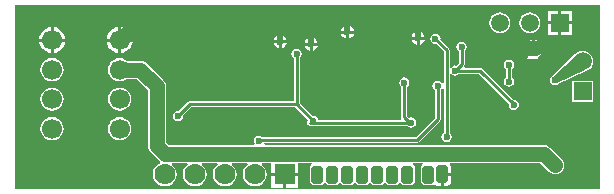
<source format=gbl>
G04 Layer_Physical_Order=2*
G04 Layer_Color=16770953*
%FSLAX25Y25*%
%MOIN*%
G70*
G01*
G75*
%ADD24C,0.01000*%
%ADD25C,0.02000*%
%ADD26C,0.05000*%
%ADD28C,0.07000*%
%ADD29R,0.07000X0.07000*%
%ADD30C,0.06693*%
G04:AMPARAMS|DCode=31|XSize=40mil|YSize=60mil|CornerRadius=10mil|HoleSize=0mil|Usage=FLASHONLY|Rotation=180.000|XOffset=0mil|YOffset=0mil|HoleType=Round|Shape=RoundedRectangle|*
%AMROUNDEDRECTD31*
21,1,0.04000,0.04000,0,0,180.0*
21,1,0.02000,0.06000,0,0,180.0*
1,1,0.02000,-0.01000,0.02000*
1,1,0.02000,0.01000,0.02000*
1,1,0.02000,0.01000,-0.02000*
1,1,0.02000,-0.01000,-0.02000*
%
%ADD31ROUNDEDRECTD31*%
%ADD32R,0.05906X0.05906*%
%ADD33C,0.05906*%
%ADD34R,0.05906X0.05906*%
%ADD35C,0.02362*%
%ADD36C,0.03937*%
%ADD37R,0.08200X0.12900*%
G36*
X315000Y227500D02*
X120000D01*
Y289000D01*
X315000D01*
Y227500D01*
D02*
G37*
%LPC*%
G36*
X154500Y276764D02*
X150682D01*
X150765Y276129D01*
X151203Y275072D01*
X151900Y274164D01*
X152808Y273467D01*
X153865Y273029D01*
X154500Y272946D01*
Y276764D01*
D02*
G37*
G36*
X159318D02*
X155500D01*
Y272946D01*
X156135Y273029D01*
X157192Y273467D01*
X158100Y274164D01*
X158797Y275072D01*
X159235Y276129D01*
X159318Y276764D01*
D02*
G37*
G36*
X218350Y275400D02*
X216726D01*
X216796Y275049D01*
X217278Y274327D01*
X217999Y273845D01*
X218350Y273776D01*
Y275400D01*
D02*
G37*
G36*
X136818Y276764D02*
X133000D01*
Y272946D01*
X133635Y273029D01*
X134692Y273467D01*
X135600Y274164D01*
X136297Y275072D01*
X136735Y276129D01*
X136818Y276764D01*
D02*
G37*
G36*
X132500Y271301D02*
X131496Y271169D01*
X130560Y270781D01*
X129757Y270165D01*
X129140Y269361D01*
X128753Y268425D01*
X128620Y267421D01*
X128753Y266417D01*
X129140Y265481D01*
X129757Y264678D01*
X130560Y264061D01*
X131496Y263674D01*
X132500Y263542D01*
X133504Y263674D01*
X134440Y264061D01*
X135243Y264678D01*
X135860Y265481D01*
X136247Y266417D01*
X136380Y267421D01*
X136247Y268425D01*
X135860Y269361D01*
X135243Y270165D01*
X134440Y270781D01*
X133504Y271169D01*
X132500Y271301D01*
D02*
G37*
G36*
X295872Y273744D02*
X290016D01*
X290052Y273469D01*
X290351Y272747D01*
X290827Y272127D01*
X291138Y271888D01*
X291127Y271572D01*
X290745Y271000D01*
X294655D01*
X294551Y271156D01*
X294441Y271651D01*
X294662Y271821D01*
X295061Y272127D01*
X295537Y272747D01*
X295836Y273469D01*
X295872Y273744D01*
D02*
G37*
G36*
X132000Y276764D02*
X128182D01*
X128265Y276129D01*
X128703Y275072D01*
X129400Y274164D01*
X130308Y273467D01*
X131365Y273029D01*
X132000Y272946D01*
Y276764D01*
D02*
G37*
G36*
X293444Y277172D02*
Y274744D01*
X295872D01*
X295836Y275019D01*
X295537Y275741D01*
X295061Y276361D01*
X294441Y276837D01*
X293719Y277136D01*
X293444Y277172D01*
D02*
G37*
G36*
X189300Y276800D02*
X187676D01*
X187745Y276449D01*
X188227Y275728D01*
X188949Y275245D01*
X189300Y275176D01*
Y276800D01*
D02*
G37*
G36*
X191924D02*
X190300D01*
Y275176D01*
X190651Y275245D01*
X191373Y275728D01*
X191855Y276449D01*
X191924Y276800D01*
D02*
G37*
G36*
X292444Y277172D02*
X292169Y277136D01*
X291447Y276837D01*
X290827Y276361D01*
X290351Y275741D01*
X290052Y275019D01*
X290016Y274744D01*
X292444D01*
Y277172D01*
D02*
G37*
G36*
X220975Y275400D02*
X219350D01*
Y273776D01*
X219701Y273845D01*
X220423Y274327D01*
X220905Y275049D01*
X220975Y275400D01*
D02*
G37*
G36*
X208000Y276260D02*
X206376D01*
X206445Y275909D01*
X206927Y275187D01*
X207649Y274705D01*
X208000Y274636D01*
Y276260D01*
D02*
G37*
G36*
X210624D02*
X209000D01*
Y274636D01*
X209351Y274705D01*
X210072Y275187D01*
X210555Y275909D01*
X210624Y276260D01*
D02*
G37*
G36*
X155000Y251616D02*
X153996Y251484D01*
X153060Y251096D01*
X152257Y250480D01*
X151640Y249676D01*
X151253Y248740D01*
X151120Y247736D01*
X151253Y246732D01*
X151640Y245796D01*
X152257Y244993D01*
X153060Y244376D01*
X153996Y243989D01*
X155000Y243857D01*
X156004Y243989D01*
X156940Y244376D01*
X157743Y244993D01*
X158360Y245796D01*
X158747Y246732D01*
X158880Y247736D01*
X158747Y248740D01*
X158360Y249676D01*
X157743Y250480D01*
X156940Y251096D01*
X156004Y251484D01*
X155000Y251616D01*
D02*
G37*
G36*
X214000Y274374D02*
X213344Y274243D01*
X212788Y273872D01*
X212416Y273316D01*
X212286Y272660D01*
X212416Y272004D01*
X212788Y271448D01*
X212980Y271319D01*
Y256972D01*
X178353D01*
X177963Y256895D01*
X177632Y256674D01*
X174544Y253586D01*
X174400Y253614D01*
X173744Y253484D01*
X173188Y253112D01*
X172816Y252556D01*
X172686Y251900D01*
X172816Y251244D01*
X173188Y250688D01*
X173744Y250316D01*
X174400Y250186D01*
X175056Y250316D01*
X175612Y250688D01*
X175984Y251244D01*
X176114Y251900D01*
X176052Y252210D01*
X178775Y254933D01*
X213578D01*
X217834Y250676D01*
X217632Y250474D01*
X217411Y250143D01*
X217333Y249753D01*
X217411Y249363D01*
X217632Y249032D01*
X217963Y248811D01*
X218353Y248733D01*
X219316D01*
X219553Y248686D01*
X219790Y248733D01*
X250759D01*
X250888Y248541D01*
X251444Y248169D01*
X252100Y248039D01*
X252756Y248169D01*
X253312Y248541D01*
X253684Y249097D01*
X253814Y249753D01*
X253684Y250409D01*
X253312Y250965D01*
X252756Y251336D01*
X252100Y251467D01*
X251495Y251346D01*
X250920Y251922D01*
Y261759D01*
X251112Y261888D01*
X251484Y262444D01*
X251614Y263100D01*
X251484Y263756D01*
X251112Y264312D01*
X250556Y264684D01*
X249900Y264814D01*
X249244Y264684D01*
X248688Y264312D01*
X248316Y263756D01*
X248186Y263100D01*
X248316Y262444D01*
X248688Y261888D01*
X248880Y261759D01*
Y251500D01*
X248926Y251272D01*
X248680Y250861D01*
X248582Y250772D01*
X221193D01*
X221136Y251056D01*
X220765Y251612D01*
X220209Y251984D01*
X219553Y252114D01*
X219326Y252069D01*
X215020Y256375D01*
Y271319D01*
X215212Y271448D01*
X215584Y272004D01*
X215714Y272660D01*
X215584Y273316D01*
X215212Y273872D01*
X214656Y274243D01*
X214000Y274374D01*
D02*
G37*
G36*
X132500Y261458D02*
X131496Y261326D01*
X130560Y260939D01*
X129757Y260322D01*
X129140Y259519D01*
X128753Y258583D01*
X128620Y257579D01*
X128753Y256575D01*
X129140Y255639D01*
X129757Y254835D01*
X130560Y254219D01*
X131496Y253831D01*
X132500Y253699D01*
X133504Y253831D01*
X134440Y254219D01*
X135243Y254835D01*
X135860Y255639D01*
X136247Y256575D01*
X136380Y257579D01*
X136247Y258583D01*
X135860Y259519D01*
X135243Y260322D01*
X134440Y260939D01*
X133504Y261326D01*
X132500Y261458D01*
D02*
G37*
G36*
Y251616D02*
X131496Y251484D01*
X130560Y251096D01*
X129757Y250480D01*
X129140Y249676D01*
X128753Y248740D01*
X128620Y247736D01*
X128753Y246732D01*
X129140Y245796D01*
X129757Y244993D01*
X130560Y244376D01*
X131496Y243989D01*
X132500Y243857D01*
X133504Y243989D01*
X134440Y244376D01*
X135243Y244993D01*
X135860Y245796D01*
X136247Y246732D01*
X136380Y247736D01*
X136247Y248740D01*
X135860Y249676D01*
X135243Y250480D01*
X134440Y251096D01*
X133504Y251484D01*
X132500Y251616D01*
D02*
G37*
G36*
X209500Y232000D02*
X205500D01*
Y228000D01*
X209500D01*
Y232000D01*
D02*
G37*
G36*
X214500D02*
X210500D01*
Y228000D01*
X214500D01*
Y232000D01*
D02*
G37*
G36*
X265539D02*
X263000D01*
Y228461D01*
X263500D01*
X264280Y228616D01*
X264942Y229058D01*
X265384Y229720D01*
X265539Y230500D01*
Y232000D01*
D02*
G37*
G36*
X284800Y270714D02*
X284144Y270584D01*
X283588Y270212D01*
X283216Y269656D01*
X283086Y269000D01*
X283216Y268344D01*
X283588Y267788D01*
X283780Y267659D01*
Y264741D01*
X283588Y264612D01*
X283216Y264056D01*
X283086Y263400D01*
X283216Y262744D01*
X283588Y262188D01*
X284144Y261816D01*
X284800Y261686D01*
X285456Y261816D01*
X286012Y262188D01*
X286384Y262744D01*
X286514Y263400D01*
X286384Y264056D01*
X286012Y264612D01*
X285820Y264741D01*
Y267659D01*
X286012Y267788D01*
X286384Y268344D01*
X286514Y269000D01*
X286384Y269656D01*
X286012Y270212D01*
X285456Y270584D01*
X284800Y270714D01*
D02*
G37*
G36*
X309300Y273682D02*
X308399Y273564D01*
X307559Y273216D01*
X307137Y272892D01*
X307066Y272888D01*
X307007Y272822D01*
X306925Y272790D01*
X299170Y265334D01*
X298988Y265212D01*
X298616Y264656D01*
X298486Y264000D01*
X298616Y263344D01*
X298988Y262788D01*
X299544Y262416D01*
X300200Y262286D01*
X300856Y262416D01*
X300993Y262508D01*
X301029Y262510D01*
X310429Y266910D01*
X310460Y266943D01*
X311041Y267184D01*
X311762Y267738D01*
X312316Y268459D01*
X312664Y269299D01*
X312783Y270200D01*
X312664Y271101D01*
X312316Y271941D01*
X311762Y272662D01*
X311041Y273216D01*
X310201Y273564D01*
X309300Y273682D01*
D02*
G37*
G36*
X260250Y279414D02*
X259594Y279284D01*
X259038Y278912D01*
X258666Y278356D01*
X258536Y277700D01*
X258666Y277044D01*
X259038Y276488D01*
X259594Y276116D01*
X260250Y275986D01*
X260477Y276031D01*
X262980Y273527D01*
Y272950D01*
Y262962D01*
X262480Y262810D01*
X262212Y263212D01*
X261656Y263584D01*
X261000Y263714D01*
X260344Y263584D01*
X259788Y263212D01*
X259416Y262656D01*
X259286Y262000D01*
X259416Y261344D01*
X259788Y260788D01*
X259980Y260659D01*
Y251322D01*
X253778Y245120D01*
X202401D01*
X202156Y245284D01*
X201500Y245414D01*
X200844Y245284D01*
X200288Y244912D01*
X199916Y244356D01*
X199786Y243700D01*
X199916Y243044D01*
X200062Y242826D01*
X199795Y242326D01*
X171353D01*
X170426Y243253D01*
Y261900D01*
X170323Y262683D01*
X170109Y263199D01*
X170020Y263413D01*
X169540Y264040D01*
X164018Y269561D01*
X163392Y270042D01*
X163178Y270130D01*
X162662Y270344D01*
X161879Y270447D01*
X157375D01*
X156940Y270781D01*
X156004Y271169D01*
X155000Y271301D01*
X153996Y271169D01*
X153060Y270781D01*
X152257Y270165D01*
X151640Y269361D01*
X151253Y268425D01*
X151120Y267421D01*
X151253Y266417D01*
X151640Y265481D01*
X152257Y264678D01*
X153060Y264061D01*
X153996Y263674D01*
X155000Y263542D01*
X156004Y263674D01*
X156940Y264061D01*
X157375Y264395D01*
X160625D01*
X164374Y260647D01*
Y242000D01*
X164477Y241217D01*
X164691Y240701D01*
X164779Y240487D01*
X165260Y239860D01*
X167960Y237160D01*
X167960Y237160D01*
X168497Y236748D01*
X168515Y236403D01*
X168459Y236191D01*
X167983Y235994D01*
X167147Y235353D01*
X166506Y234517D01*
X166103Y233544D01*
X165965Y232500D01*
X166103Y231456D01*
X166506Y230483D01*
X167147Y229647D01*
X167983Y229006D01*
X168956Y228603D01*
X170000Y228466D01*
X171044Y228603D01*
X172017Y229006D01*
X172853Y229647D01*
X173494Y230483D01*
X173897Y231456D01*
X174035Y232500D01*
X173897Y233544D01*
X173494Y234517D01*
X172853Y235353D01*
X172304Y235774D01*
X172474Y236274D01*
X177526D01*
X177696Y235774D01*
X177147Y235353D01*
X176506Y234517D01*
X176103Y233544D01*
X175965Y232500D01*
X176103Y231456D01*
X176506Y230483D01*
X177147Y229647D01*
X177983Y229006D01*
X178956Y228603D01*
X180000Y228466D01*
X181044Y228603D01*
X182017Y229006D01*
X182853Y229647D01*
X183494Y230483D01*
X183897Y231456D01*
X184035Y232500D01*
X183897Y233544D01*
X183494Y234517D01*
X182853Y235353D01*
X182304Y235774D01*
X182474Y236274D01*
X187526D01*
X187696Y235774D01*
X187147Y235353D01*
X186506Y234517D01*
X186103Y233544D01*
X185966Y232500D01*
X186103Y231456D01*
X186506Y230483D01*
X187147Y229647D01*
X187983Y229006D01*
X188956Y228603D01*
X190000Y228466D01*
X191044Y228603D01*
X192017Y229006D01*
X192853Y229647D01*
X193494Y230483D01*
X193897Y231456D01*
X194035Y232500D01*
X193897Y233544D01*
X193494Y234517D01*
X192853Y235353D01*
X192304Y235774D01*
X192474Y236274D01*
X197526D01*
X197696Y235774D01*
X197147Y235353D01*
X196506Y234517D01*
X196103Y233544D01*
X195966Y232500D01*
X196103Y231456D01*
X196506Y230483D01*
X197147Y229647D01*
X197983Y229006D01*
X198956Y228603D01*
X200000Y228466D01*
X201044Y228603D01*
X202017Y229006D01*
X202853Y229647D01*
X203494Y230483D01*
X203897Y231456D01*
X204034Y232500D01*
X203897Y233544D01*
X203494Y234517D01*
X202853Y235353D01*
X202304Y235774D01*
X202474Y236274D01*
X205500D01*
Y233000D01*
X210000D01*
Y232500D01*
D01*
Y233000D01*
X214500D01*
Y236274D01*
X218880D01*
X218959Y236177D01*
X218858Y235508D01*
X218819Y235481D01*
X218487Y234985D01*
X218371Y234400D01*
Y230400D01*
X218487Y229815D01*
X218819Y229319D01*
X219315Y228987D01*
X219900Y228871D01*
X221900D01*
X222485Y228987D01*
X222981Y229319D01*
X223099Y229495D01*
X223701D01*
X223819Y229319D01*
X224315Y228987D01*
X224900Y228871D01*
X226900D01*
X227485Y228987D01*
X227981Y229319D01*
X228099Y229495D01*
X228701D01*
X228819Y229319D01*
X229315Y228987D01*
X229900Y228871D01*
X231900D01*
X232485Y228987D01*
X232981Y229319D01*
X233099Y229495D01*
X233701D01*
X233819Y229319D01*
X234315Y228987D01*
X234900Y228871D01*
X236900D01*
X237485Y228987D01*
X237981Y229319D01*
X238099Y229495D01*
X238701D01*
X238819Y229319D01*
X239315Y228987D01*
X239900Y228871D01*
X241900D01*
X242485Y228987D01*
X242981Y229319D01*
X243099Y229495D01*
X243701D01*
X243819Y229319D01*
X244315Y228987D01*
X244900Y228871D01*
X246900D01*
X247485Y228987D01*
X247981Y229319D01*
X248099Y229495D01*
X248701D01*
X248819Y229319D01*
X249315Y228987D01*
X249900Y228871D01*
X251900D01*
X252485Y228987D01*
X252981Y229319D01*
X253313Y229815D01*
X253429Y230400D01*
Y234400D01*
X253313Y234985D01*
X252981Y235481D01*
X252942Y235508D01*
X252841Y236177D01*
X252920Y236274D01*
X255880D01*
X255959Y236177D01*
X255858Y235508D01*
X255819Y235481D01*
X255487Y234985D01*
X255371Y234400D01*
Y230400D01*
X255487Y229815D01*
X255819Y229319D01*
X256315Y228987D01*
X256900Y228871D01*
X258900D01*
X259485Y228987D01*
X259699Y229130D01*
X260058Y229058D01*
X260720Y228616D01*
X261500Y228461D01*
X262000D01*
Y232500D01*
X262500D01*
Y233000D01*
X265539D01*
Y234500D01*
X265384Y235280D01*
X265054Y235774D01*
X265276Y236274D01*
X295147D01*
X298060Y233360D01*
X298687Y232879D01*
X299417Y232577D01*
X300200Y232474D01*
X300983Y232577D01*
X301713Y232879D01*
X302340Y233360D01*
X302820Y233987D01*
X303123Y234717D01*
X303226Y235500D01*
X303123Y236283D01*
X302820Y237013D01*
X302340Y237640D01*
X298540Y241440D01*
X297913Y241920D01*
X297699Y242009D01*
X297183Y242223D01*
X296400Y242326D01*
X203480D01*
X203203Y242825D01*
X203356Y243080D01*
X254200D01*
X254590Y243158D01*
X254921Y243379D01*
X261721Y250179D01*
X261942Y250510D01*
X262020Y250900D01*
Y260659D01*
X262212Y260788D01*
X262480Y261190D01*
X262980Y261038D01*
Y246341D01*
X262788Y246212D01*
X262416Y245656D01*
X262286Y245000D01*
X262416Y244344D01*
X262788Y243788D01*
X263344Y243416D01*
X264000Y243286D01*
X264656Y243416D01*
X265212Y243788D01*
X265584Y244344D01*
X265714Y245000D01*
X265584Y245656D01*
X265212Y246212D01*
X265020Y246341D01*
Y265988D01*
X265520Y266140D01*
X265688Y265888D01*
X266244Y265516D01*
X266900Y265386D01*
X267556Y265516D01*
X268112Y265888D01*
X268241Y266080D01*
X274778D01*
X284764Y256094D01*
X284686Y255700D01*
X284816Y255044D01*
X285188Y254488D01*
X285744Y254116D01*
X286400Y253986D01*
X287056Y254116D01*
X287612Y254488D01*
X287984Y255044D01*
X288114Y255700D01*
X287984Y256356D01*
X287612Y256912D01*
X287056Y257284D01*
X286400Y257414D01*
X286340Y257402D01*
X275921Y267821D01*
X275590Y268042D01*
X275200Y268120D01*
X270015D01*
X269815Y268620D01*
X269942Y268810D01*
X270020Y269200D01*
Y273659D01*
X270212Y273788D01*
X270584Y274344D01*
X270714Y275000D01*
X270584Y275656D01*
X270212Y276212D01*
X269656Y276584D01*
X269000Y276714D01*
X268344Y276584D01*
X267788Y276212D01*
X267416Y275656D01*
X267286Y275000D01*
X267416Y274344D01*
X267788Y273788D01*
X267980Y273659D01*
Y269622D01*
X267127Y268769D01*
X266900Y268814D01*
X266244Y268684D01*
X265688Y268312D01*
X265520Y268060D01*
X265020Y268212D01*
Y272950D01*
Y273950D01*
X264942Y274340D01*
X264721Y274671D01*
X261918Y277473D01*
X261964Y277700D01*
X261833Y278356D01*
X261462Y278912D01*
X260906Y279284D01*
X260250Y279414D01*
D02*
G37*
G36*
X293633Y259000D02*
X293200D01*
Y258876D01*
X293551Y258945D01*
X293633Y259000D01*
D02*
G37*
G36*
X155000Y261458D02*
X153996Y261326D01*
X153060Y260939D01*
X152257Y260322D01*
X151640Y259519D01*
X151253Y258583D01*
X151120Y257579D01*
X151253Y256575D01*
X151640Y255639D01*
X152257Y254835D01*
X153060Y254219D01*
X153996Y253831D01*
X155000Y253699D01*
X156004Y253831D01*
X156940Y254219D01*
X157743Y254835D01*
X158360Y255639D01*
X158747Y256575D01*
X158880Y257579D01*
X158747Y258583D01*
X158360Y259519D01*
X157743Y260322D01*
X156940Y260939D01*
X156004Y261326D01*
X155000Y261458D01*
D02*
G37*
G36*
X312753Y263653D02*
X305847D01*
Y256747D01*
X312753D01*
Y263653D01*
D02*
G37*
G36*
X292200Y259000D02*
X291767D01*
X291849Y258945D01*
X292200Y258876D01*
Y259000D01*
D02*
G37*
G36*
X254000Y277400D02*
X252376D01*
X252445Y277049D01*
X252927Y276327D01*
X253649Y275845D01*
X254000Y275776D01*
Y277400D01*
D02*
G37*
G36*
X281700Y286483D02*
X280799Y286364D01*
X279959Y286016D01*
X279238Y285462D01*
X278684Y284741D01*
X278336Y283901D01*
X278218Y283000D01*
X278336Y282099D01*
X278684Y281259D01*
X279238Y280538D01*
X279959Y279984D01*
X280799Y279636D01*
X281700Y279518D01*
X282601Y279636D01*
X283441Y279984D01*
X284162Y280538D01*
X284716Y281259D01*
X285064Y282099D01*
X285182Y283000D01*
X285064Y283901D01*
X284716Y284741D01*
X284162Y285462D01*
X283441Y286016D01*
X282601Y286364D01*
X281700Y286483D01*
D02*
G37*
G36*
X291700D02*
X290799Y286364D01*
X289959Y286016D01*
X289237Y285462D01*
X288684Y284741D01*
X288336Y283901D01*
X288217Y283000D01*
X288336Y282099D01*
X288684Y281259D01*
X289237Y280538D01*
X289959Y279984D01*
X290799Y279636D01*
X291700Y279518D01*
X292601Y279636D01*
X293441Y279984D01*
X294163Y280538D01*
X294716Y281259D01*
X295064Y282099D01*
X295182Y283000D01*
X295064Y283901D01*
X294716Y284741D01*
X294163Y285462D01*
X293441Y286016D01*
X292601Y286364D01*
X291700Y286483D01*
D02*
G37*
G36*
X230453Y282072D02*
X230102Y282002D01*
X229380Y281520D01*
X228898Y280798D01*
X228828Y280447D01*
X230453D01*
Y282072D01*
D02*
G37*
G36*
X305653Y282500D02*
X302200D01*
Y279047D01*
X305653D01*
Y282500D01*
D02*
G37*
G36*
X254000Y280024D02*
X253649Y279955D01*
X252927Y279472D01*
X252445Y278751D01*
X252376Y278400D01*
X254000D01*
Y280024D01*
D02*
G37*
G36*
X255000D02*
Y278400D01*
X256624D01*
X256555Y278751D01*
X256072Y279472D01*
X255351Y279955D01*
X255000Y280024D01*
D02*
G37*
G36*
X301200Y282500D02*
X297747D01*
Y279047D01*
X301200D01*
Y282500D01*
D02*
G37*
G36*
Y286953D02*
X297747D01*
Y283500D01*
X301200D01*
Y286953D01*
D02*
G37*
G36*
X305653D02*
X302200D01*
Y283500D01*
X305653D01*
Y286953D01*
D02*
G37*
G36*
X189300Y285424D02*
X188949Y285355D01*
X188227Y284873D01*
X187745Y284151D01*
X187676Y283800D01*
X189300D01*
Y285424D01*
D02*
G37*
G36*
X272653Y282624D02*
Y281000D01*
X274277D01*
X274207Y281351D01*
X273725Y282072D01*
X273004Y282555D01*
X272653Y282624D01*
D02*
G37*
G36*
X231453Y282072D02*
Y280447D01*
X233077D01*
X233007Y280798D01*
X232525Y281520D01*
X231804Y282002D01*
X231453Y282072D01*
D02*
G37*
G36*
X191924Y282800D02*
X187676D01*
X187745Y282449D01*
X188213Y281750D01*
X187745Y281051D01*
X187676Y280700D01*
X191924D01*
X191855Y281051D01*
X191387Y281750D01*
X191855Y282449D01*
X191924Y282800D01*
D02*
G37*
G36*
X271653Y282624D02*
X271302Y282555D01*
X270580Y282072D01*
X270098Y281351D01*
X270028Y281000D01*
X271653D01*
Y282624D01*
D02*
G37*
G36*
X190300Y285424D02*
Y283800D01*
X191924D01*
X191855Y284151D01*
X191373Y284873D01*
X190651Y285355D01*
X190300Y285424D01*
D02*
G37*
G36*
X209000Y278884D02*
Y277260D01*
X210624D01*
X210555Y277611D01*
X210072Y278332D01*
X209351Y278814D01*
X209000Y278884D01*
D02*
G37*
G36*
X132000Y281582D02*
X131365Y281498D01*
X130308Y281060D01*
X129400Y280364D01*
X128703Y279456D01*
X128265Y278398D01*
X128182Y277764D01*
X132000D01*
Y281582D01*
D02*
G37*
G36*
X133000D02*
Y277764D01*
X136818D01*
X136735Y278398D01*
X136297Y279456D01*
X135600Y280364D01*
X134692Y281060D01*
X133635Y281498D01*
X133000Y281582D01*
D02*
G37*
G36*
X208000Y278884D02*
X207649Y278814D01*
X206927Y278332D01*
X206445Y277611D01*
X206376Y277260D01*
X208000D01*
Y278884D01*
D02*
G37*
G36*
X256624Y277400D02*
X255000D01*
Y275776D01*
X255351Y275845D01*
X256072Y276327D01*
X256555Y277049D01*
X256624Y277400D01*
D02*
G37*
G36*
X218350Y278024D02*
X217999Y277955D01*
X217278Y277472D01*
X216796Y276751D01*
X216726Y276400D01*
X218350D01*
Y278024D01*
D02*
G37*
G36*
X219350D02*
Y276400D01*
X220975D01*
X220905Y276751D01*
X220423Y277472D01*
X219701Y277955D01*
X219350Y278024D01*
D02*
G37*
G36*
X233077Y279447D02*
X231453D01*
Y277823D01*
X231804Y277893D01*
X232525Y278375D01*
X233007Y279096D01*
X233077Y279447D01*
D02*
G37*
G36*
X271653Y280000D02*
X270028D01*
X270098Y279649D01*
X270580Y278927D01*
X271302Y278445D01*
X271653Y278376D01*
Y280000D01*
D02*
G37*
G36*
X274277D02*
X272653D01*
Y278376D01*
X273004Y278445D01*
X273725Y278927D01*
X274207Y279649D01*
X274277Y280000D01*
D02*
G37*
G36*
X230453Y279447D02*
X228828D01*
X228898Y279096D01*
X229380Y278375D01*
X230102Y277893D01*
X230453Y277823D01*
Y279447D01*
D02*
G37*
G36*
X154500Y281582D02*
X153865Y281498D01*
X152808Y281060D01*
X151900Y280364D01*
X151203Y279456D01*
X150765Y278398D01*
X150682Y277764D01*
X154500D01*
Y281582D01*
D02*
G37*
G36*
X155500D02*
Y277764D01*
X159318D01*
X159235Y278398D01*
X158797Y279456D01*
X158100Y280364D01*
X157192Y281060D01*
X156135Y281498D01*
X155500Y281582D01*
D02*
G37*
G36*
X191924Y279700D02*
X187676D01*
X187745Y279349D01*
X188146Y278750D01*
X187745Y278151D01*
X187676Y277800D01*
X191924D01*
X191855Y278151D01*
X191454Y278750D01*
X191855Y279349D01*
X191924Y279700D01*
D02*
G37*
%LPD*%
G36*
X309000Y271800D02*
X310200Y267400D01*
X300800Y263000D01*
Y263600D01*
X299500Y264900D01*
X307300Y272400D01*
X309000Y271800D01*
D02*
G37*
D24*
X269000Y269200D02*
Y275000D01*
X266900Y267100D02*
X269000Y269200D01*
X264000Y272950D02*
Y273950D01*
Y245000D02*
Y272950D01*
X260250Y277700D02*
X264000Y273950D01*
X254200Y244100D02*
X261000Y250900D01*
X201900Y244100D02*
X254200D01*
X201500Y243700D02*
X201900Y244100D01*
X291700Y283000D02*
X292800D01*
X275200Y267100D02*
X286400Y255900D01*
Y255700D02*
Y255900D01*
X266900Y267100D02*
X275200D01*
X251647Y249753D02*
X252100D01*
X218353D02*
X251647D01*
X174400Y251900D02*
Y252000D01*
X178353Y255953D01*
X214000D01*
X219553Y250400D01*
X218353Y249753D02*
X219000Y250400D01*
X219553D01*
X261000Y250900D02*
Y262000D01*
X284800Y263400D02*
X285000Y263200D01*
X284800Y263400D02*
Y269000D01*
X249900Y251500D02*
X251647Y249753D01*
X218700Y275900D02*
X218850D01*
X249900Y251500D02*
Y263100D01*
X214000Y255953D02*
Y272660D01*
D25*
X218850Y275900D02*
Y284550D01*
X208500Y276760D02*
Y284500D01*
X230953Y279947D02*
Y284547D01*
X254500Y277900D02*
Y284500D01*
D26*
X278300Y274700D02*
X293400D01*
X268300Y284700D02*
X278300Y274700D01*
X162436Y284700D02*
X268300D01*
X296400Y239300D02*
X300200Y235500D01*
X170100Y239300D02*
X296400D01*
X155000Y277264D02*
X162436Y284700D01*
X155000Y267421D02*
X161879D01*
X167400Y261900D01*
Y242000D02*
X170100Y239300D01*
X167400Y242000D02*
Y261900D01*
D28*
X170000Y232500D02*
D03*
X190000D02*
D03*
X200000D02*
D03*
X180000D02*
D03*
D29*
X210000D02*
D03*
D30*
X155000Y247736D02*
D03*
Y257579D02*
D03*
Y267421D02*
D03*
Y277264D02*
D03*
X132500D02*
D03*
Y267421D02*
D03*
Y257579D02*
D03*
Y247736D02*
D03*
D31*
X262500Y232500D02*
D03*
X257900Y232400D02*
D03*
X220900D02*
D03*
X225900D02*
D03*
X230900D02*
D03*
X235900D02*
D03*
X240900D02*
D03*
X245900D02*
D03*
X250900D02*
D03*
D32*
X309300Y260200D02*
D03*
D33*
Y270200D02*
D03*
X291700Y283000D02*
D03*
X281700D02*
D03*
D34*
X301700D02*
D03*
D35*
X189800Y277300D02*
D03*
Y280200D02*
D03*
Y283300D02*
D03*
X300200Y264000D02*
D03*
X269000Y275000D02*
D03*
X272153Y280500D02*
D03*
X292700Y261000D02*
D03*
Y264000D02*
D03*
Y267000D02*
D03*
Y270000D02*
D03*
X264000Y245000D02*
D03*
X230953Y279947D02*
D03*
X254500Y277900D02*
D03*
X286400Y255700D02*
D03*
X266900Y267100D02*
D03*
X174400Y251900D02*
D03*
X260250Y277700D02*
D03*
X201500Y243700D02*
D03*
X219553Y250400D02*
D03*
X284800Y263400D02*
D03*
Y269000D02*
D03*
X252100Y249753D02*
D03*
X218850Y275900D02*
D03*
X208500Y276760D02*
D03*
X261000Y262000D02*
D03*
X249900Y263100D02*
D03*
X214000Y272660D02*
D03*
D36*
X292944Y274244D02*
D03*
X300200Y235500D02*
D03*
D37*
X189800Y279650D02*
D03*
M02*

</source>
